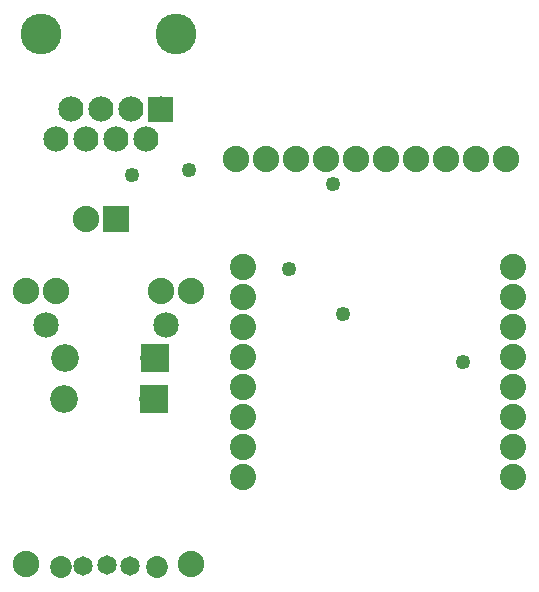
<source format=gts>
G04 MADE WITH FRITZING*
G04 WWW.FRITZING.ORG*
G04 DOUBLE SIDED*
G04 HOLES PLATED*
G04 CONTOUR ON CENTER OF CONTOUR VECTOR*
%ASAXBY*%
%FSLAX23Y23*%
%MOIN*%
%OFA0B0*%
%SFA1.0B1.0*%
%ADD10C,0.049370*%
%ADD11C,0.072992*%
%ADD12C,0.065118*%
%ADD13C,0.084000*%
%ADD14C,0.135984*%
%ADD15C,0.088000*%
%ADD16C,0.087778*%
%ADD17C,0.085000*%
%ADD18C,0.092000*%
%ADD19R,0.092000X0.092000*%
%ADD20R,0.088000X0.088000*%
%ADD21R,0.001000X0.001000*%
%LNMASK1*%
G90*
G70*
G54D10*
X963Y1056D03*
X1144Y904D03*
X1112Y1337D03*
X1544Y744D03*
X440Y1369D03*
X632Y1385D03*
G54D11*
X523Y62D03*
X204Y62D03*
G54D12*
X436Y66D03*
X357Y67D03*
X278Y66D03*
G54D13*
X187Y1487D03*
X237Y1587D03*
X287Y1487D03*
X387Y1487D03*
X487Y1487D03*
X337Y1587D03*
X437Y1587D03*
X537Y1587D03*
G54D14*
X587Y1837D03*
X137Y1837D03*
G54D15*
X1488Y1421D03*
X1388Y1421D03*
X1288Y1421D03*
X1187Y1421D03*
X1088Y1421D03*
X988Y1421D03*
X888Y1421D03*
X788Y1421D03*
X1687Y1421D03*
X1587Y1421D03*
X88Y72D03*
X639Y72D03*
X88Y981D03*
X188Y981D03*
X539Y981D03*
X639Y981D03*
G54D16*
X811Y1063D03*
X811Y963D03*
X811Y863D03*
X811Y763D03*
X811Y663D03*
X811Y563D03*
X811Y463D03*
X811Y363D03*
X1711Y363D03*
X1711Y463D03*
X1711Y563D03*
X1711Y663D03*
X1711Y763D03*
X1711Y863D03*
X1711Y963D03*
X1711Y1063D03*
G54D17*
X153Y868D03*
X553Y868D03*
X153Y868D03*
X553Y868D03*
G54D18*
X516Y760D03*
X218Y760D03*
X516Y760D03*
X218Y760D03*
X512Y621D03*
X214Y621D03*
X512Y621D03*
X214Y621D03*
G54D15*
X388Y1221D03*
X288Y1221D03*
G54D19*
X517Y760D03*
X517Y760D03*
X513Y621D03*
X513Y621D03*
G54D20*
X388Y1221D03*
G54D21*
X496Y1628D02*
X579Y1628D01*
X496Y1627D02*
X579Y1627D01*
X496Y1626D02*
X579Y1626D01*
X496Y1625D02*
X579Y1625D01*
X496Y1624D02*
X579Y1624D01*
X496Y1623D02*
X579Y1623D01*
X496Y1622D02*
X579Y1622D01*
X496Y1621D02*
X579Y1621D01*
X496Y1620D02*
X579Y1620D01*
X496Y1619D02*
X579Y1619D01*
X496Y1618D02*
X579Y1618D01*
X496Y1617D02*
X579Y1617D01*
X496Y1616D02*
X579Y1616D01*
X496Y1615D02*
X579Y1615D01*
X496Y1614D02*
X579Y1614D01*
X496Y1613D02*
X579Y1613D01*
X496Y1612D02*
X579Y1612D01*
X496Y1611D02*
X579Y1611D01*
X496Y1610D02*
X579Y1610D01*
X496Y1609D02*
X579Y1609D01*
X496Y1608D02*
X579Y1608D01*
X496Y1607D02*
X579Y1607D01*
X496Y1606D02*
X579Y1606D01*
X496Y1605D02*
X579Y1605D01*
X496Y1604D02*
X579Y1604D01*
X496Y1603D02*
X579Y1603D01*
X496Y1602D02*
X579Y1602D01*
X496Y1601D02*
X533Y1601D01*
X542Y1601D02*
X579Y1601D01*
X496Y1600D02*
X530Y1600D01*
X544Y1600D02*
X579Y1600D01*
X496Y1599D02*
X528Y1599D01*
X546Y1599D02*
X579Y1599D01*
X496Y1598D02*
X527Y1598D01*
X547Y1598D02*
X579Y1598D01*
X496Y1597D02*
X526Y1597D01*
X548Y1597D02*
X579Y1597D01*
X496Y1596D02*
X525Y1596D01*
X549Y1596D02*
X579Y1596D01*
X496Y1595D02*
X524Y1595D01*
X550Y1595D02*
X579Y1595D01*
X496Y1594D02*
X524Y1594D01*
X551Y1594D02*
X579Y1594D01*
X496Y1593D02*
X523Y1593D01*
X551Y1593D02*
X579Y1593D01*
X496Y1592D02*
X523Y1592D01*
X552Y1592D02*
X579Y1592D01*
X496Y1591D02*
X523Y1591D01*
X552Y1591D02*
X579Y1591D01*
X496Y1590D02*
X522Y1590D01*
X552Y1590D02*
X579Y1590D01*
X496Y1589D02*
X522Y1589D01*
X552Y1589D02*
X579Y1589D01*
X496Y1588D02*
X522Y1588D01*
X552Y1588D02*
X579Y1588D01*
X496Y1587D02*
X522Y1587D01*
X552Y1587D02*
X579Y1587D01*
X496Y1586D02*
X522Y1586D01*
X552Y1586D02*
X579Y1586D01*
X496Y1585D02*
X522Y1585D01*
X552Y1585D02*
X579Y1585D01*
X496Y1584D02*
X522Y1584D01*
X552Y1584D02*
X579Y1584D01*
X496Y1583D02*
X523Y1583D01*
X552Y1583D02*
X579Y1583D01*
X496Y1582D02*
X523Y1582D01*
X552Y1582D02*
X579Y1582D01*
X496Y1581D02*
X523Y1581D01*
X551Y1581D02*
X579Y1581D01*
X496Y1580D02*
X524Y1580D01*
X551Y1580D02*
X579Y1580D01*
X496Y1579D02*
X524Y1579D01*
X550Y1579D02*
X579Y1579D01*
X496Y1578D02*
X525Y1578D01*
X549Y1578D02*
X579Y1578D01*
X496Y1577D02*
X526Y1577D01*
X548Y1577D02*
X579Y1577D01*
X496Y1576D02*
X527Y1576D01*
X547Y1576D02*
X579Y1576D01*
X496Y1575D02*
X528Y1575D01*
X546Y1575D02*
X579Y1575D01*
X496Y1574D02*
X530Y1574D01*
X545Y1574D02*
X579Y1574D01*
X496Y1573D02*
X532Y1573D01*
X542Y1573D02*
X579Y1573D01*
X496Y1572D02*
X579Y1572D01*
X496Y1571D02*
X579Y1571D01*
X496Y1570D02*
X579Y1570D01*
X496Y1569D02*
X579Y1569D01*
X496Y1568D02*
X579Y1568D01*
X496Y1567D02*
X579Y1567D01*
X496Y1566D02*
X579Y1566D01*
X496Y1565D02*
X579Y1565D01*
X496Y1564D02*
X579Y1564D01*
X496Y1563D02*
X579Y1563D01*
X496Y1562D02*
X579Y1562D01*
X496Y1561D02*
X579Y1561D01*
X496Y1560D02*
X579Y1560D01*
X496Y1559D02*
X579Y1559D01*
X496Y1558D02*
X579Y1558D01*
X496Y1557D02*
X579Y1557D01*
X496Y1556D02*
X579Y1556D01*
X496Y1555D02*
X579Y1555D01*
X496Y1554D02*
X579Y1554D01*
X496Y1553D02*
X579Y1553D01*
X496Y1552D02*
X579Y1552D01*
X496Y1551D02*
X579Y1551D01*
X496Y1550D02*
X579Y1550D01*
X496Y1549D02*
X579Y1549D01*
X496Y1548D02*
X579Y1548D01*
X496Y1547D02*
X579Y1547D01*
X496Y1546D02*
X579Y1546D01*
X496Y1545D02*
X578Y1545D01*
D02*
G04 End of Mask1*
M02*
</source>
